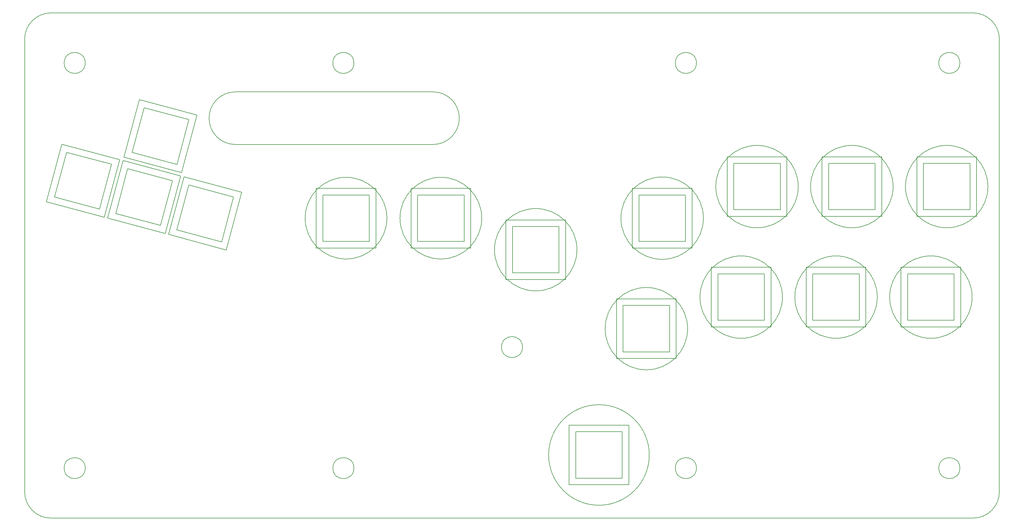
<source format=gbr>
%TF.GenerationSoftware,KiCad,Pcbnew,(6.0.8)*%
%TF.CreationDate,2023-05-29T22:58:42+07:00*%
%TF.ProjectId,hitmixbox002,6869746d-6978-4626-9f78-3030322e6b69,rev?*%
%TF.SameCoordinates,Original*%
%TF.FileFunction,Other,ECO2*%
%FSLAX46Y46*%
G04 Gerber Fmt 4.6, Leading zero omitted, Abs format (unit mm)*
G04 Created by KiCad (PCBNEW (6.0.8)) date 2023-05-29 22:58:42*
%MOMM*%
%LPD*%
G01*
G04 APERTURE LIST*
%ADD10C,0.150000*%
G04 APERTURE END LIST*
D10*
X352942903Y-121443750D02*
G75*
G03*
X352942903Y-121443750I-12424153J0D01*
G01*
X250908322Y-202406250D02*
G75*
G03*
X250908322Y-202406250I-15164572J0D01*
G01*
X212725000Y-169862500D02*
G75*
G03*
X212725000Y-169862500I-3175000J0D01*
G01*
X324367903Y-121443750D02*
G75*
G03*
X324367903Y-121443750I-12424153J0D01*
G01*
X126206250Y-108743750D02*
X185737500Y-108743750D01*
X62706250Y-213518750D02*
X62706250Y-76993750D01*
X161925000Y-206375000D02*
G75*
G03*
X161925000Y-206375000I-3175000J0D01*
G01*
X161925000Y-84137500D02*
G75*
G03*
X161925000Y-84137500I-3175000J0D01*
G01*
X80962500Y-206375000D02*
G75*
G03*
X80962500Y-206375000I-3175000J0D01*
G01*
X126206250Y-92868750D02*
X185737500Y-92868750D01*
X356393750Y-76993750D02*
G75*
G03*
X348456250Y-69056250I-7937550J-50D01*
G01*
X70643750Y-69056250D02*
G75*
G03*
X62706250Y-76993750I0J-7937500D01*
G01*
X344487500Y-206375000D02*
G75*
G03*
X344487500Y-206375000I-3175000J0D01*
G01*
X200441064Y-130968750D02*
G75*
G03*
X200441064Y-130968750I-12322314J0D01*
G01*
X356393750Y-76993750D02*
X356393750Y-213518750D01*
X291030403Y-154781250D02*
G75*
G03*
X291030403Y-154781250I-12424153J0D01*
G01*
X267217903Y-130968750D02*
G75*
G03*
X267217903Y-130968750I-12424153J0D01*
G01*
X171866064Y-130968750D02*
G75*
G03*
X171866064Y-130968750I-12322314J0D01*
G01*
X348456250Y-221456250D02*
X70643750Y-221456250D01*
X344487500Y-84137500D02*
G75*
G03*
X344487500Y-84137500I-3175000J0D01*
G01*
X262455403Y-164306250D02*
G75*
G03*
X262455403Y-164306250I-12424153J0D01*
G01*
X185737500Y-108743750D02*
G75*
G03*
X185737500Y-92868750I0J7937500D01*
G01*
X62706250Y-213518750D02*
G75*
G03*
X70643750Y-221456250I7937500J0D01*
G01*
X126206250Y-92868750D02*
G75*
G03*
X126206250Y-108743750I0J-7937500D01*
G01*
X229117903Y-140493750D02*
G75*
G03*
X229117903Y-140493750I-12424153J0D01*
G01*
X80962500Y-84137500D02*
G75*
G03*
X80962500Y-84137500I-3175000J0D01*
G01*
X295792903Y-121443750D02*
G75*
G03*
X295792903Y-121443750I-12424153J0D01*
G01*
X348180403Y-154781250D02*
G75*
G03*
X348180403Y-154781250I-12424153J0D01*
G01*
X319605403Y-154781250D02*
G75*
G03*
X319605403Y-154781250I-12424153J0D01*
G01*
X265112500Y-206375000D02*
G75*
G03*
X265112500Y-206375000I-3175000J0D01*
G01*
X70643750Y-69056250D02*
X348456250Y-69056250D01*
X265112500Y-84137500D02*
G75*
G03*
X265112500Y-84137500I-3175000J0D01*
G01*
X348456250Y-221456250D02*
G75*
G03*
X356393750Y-213518750I-50J7937550D01*
G01*
%TO.C,SW11*%
X318943750Y-128443750D02*
X304943750Y-128443750D01*
X320943750Y-130443750D02*
X302943750Y-130443750D01*
X320943750Y-112443750D02*
X320943750Y-130443750D01*
X304943750Y-128443750D02*
X304943750Y-114443750D01*
X318943750Y-114443750D02*
X318943750Y-128443750D01*
X304943750Y-114443750D02*
X318943750Y-114443750D01*
X302943750Y-112443750D02*
X320943750Y-112443750D01*
X302943750Y-130443750D02*
X302943750Y-112443750D01*
%TO.C,SW15*%
X298181250Y-163781250D02*
X298181250Y-145781250D01*
X314181250Y-161781250D02*
X300181250Y-161781250D01*
X300181250Y-161781250D02*
X300181250Y-147781250D01*
X316181250Y-145781250D02*
X316181250Y-163781250D01*
X298181250Y-145781250D02*
X316181250Y-145781250D01*
X300181250Y-147781250D02*
X314181250Y-147781250D01*
X316181250Y-163781250D02*
X298181250Y-163781250D01*
X314181250Y-147781250D02*
X314181250Y-161781250D01*
%TO.C,SW12*%
X333518750Y-128443750D02*
X333518750Y-114443750D01*
X347518750Y-128443750D02*
X333518750Y-128443750D01*
X331518750Y-112443750D02*
X349518750Y-112443750D01*
X347518750Y-114443750D02*
X347518750Y-128443750D01*
X333518750Y-114443750D02*
X347518750Y-114443750D01*
X349518750Y-130443750D02*
X331518750Y-130443750D01*
X349518750Y-112443750D02*
X349518750Y-130443750D01*
X331518750Y-130443750D02*
X331518750Y-112443750D01*
%TO.C,SW3*%
X109732481Y-118236680D02*
X105073738Y-135623345D01*
X105073738Y-135623345D02*
X87687073Y-130964602D01*
X87687073Y-130964602D02*
X92345816Y-113577937D01*
X93760030Y-116027427D02*
X107282991Y-119650894D01*
X103659524Y-133173855D02*
X90136563Y-129550388D01*
X92345816Y-113577937D02*
X109732481Y-118236680D01*
X107282991Y-119650894D02*
X103659524Y-133173855D01*
X90136563Y-129550388D02*
X93760030Y-116027427D01*
%TO.C,SW13*%
X243031250Y-171306250D02*
X243031250Y-157306250D01*
X241031250Y-173306250D02*
X241031250Y-155306250D01*
X259031250Y-173306250D02*
X241031250Y-173306250D01*
X257031250Y-157306250D02*
X257031250Y-171306250D01*
X257031250Y-171306250D02*
X243031250Y-171306250D01*
X241031250Y-155306250D02*
X259031250Y-155306250D01*
X243031250Y-157306250D02*
X257031250Y-157306250D01*
X259031250Y-155306250D02*
X259031250Y-173306250D01*
%TO.C,SW9*%
X263793750Y-139968750D02*
X245793750Y-139968750D01*
X247793750Y-137968750D02*
X247793750Y-123968750D01*
X261793750Y-123968750D02*
X261793750Y-137968750D01*
X247793750Y-123968750D02*
X261793750Y-123968750D01*
X261793750Y-137968750D02*
X247793750Y-137968750D01*
X245793750Y-121968750D02*
X263793750Y-121968750D01*
X245793750Y-139968750D02*
X245793750Y-121968750D01*
X263793750Y-121968750D02*
X263793750Y-139968750D01*
%TO.C,SW10*%
X290368750Y-114443750D02*
X290368750Y-128443750D01*
X274368750Y-112443750D02*
X292368750Y-112443750D01*
X290368750Y-128443750D02*
X276368750Y-128443750D01*
X274368750Y-130443750D02*
X274368750Y-112443750D01*
X292368750Y-112443750D02*
X292368750Y-130443750D01*
X276368750Y-128443750D02*
X276368750Y-114443750D01*
X292368750Y-130443750D02*
X274368750Y-130443750D01*
X276368750Y-114443750D02*
X290368750Y-114443750D01*
%TO.C,SW2*%
X73944929Y-108647434D02*
X91331594Y-113306177D01*
X69286186Y-126034099D02*
X73944929Y-108647434D01*
X88882104Y-114720391D02*
X85258637Y-128243352D01*
X86672851Y-130692842D02*
X69286186Y-126034099D01*
X91331594Y-113306177D02*
X86672851Y-130692842D01*
X75359143Y-111096924D02*
X88882104Y-114720391D01*
X71735676Y-124619885D02*
X75359143Y-111096924D01*
X85258637Y-128243352D02*
X71735676Y-124619885D01*
%TO.C,SW6*%
X197118750Y-139968750D02*
X179118750Y-139968750D01*
X195118750Y-137968750D02*
X181118750Y-137968750D01*
X195118750Y-123968750D02*
X195118750Y-137968750D01*
X179118750Y-139968750D02*
X179118750Y-121968750D01*
X179118750Y-121968750D02*
X197118750Y-121968750D01*
X181118750Y-137968750D02*
X181118750Y-123968750D01*
X197118750Y-121968750D02*
X197118750Y-139968750D01*
X181118750Y-123968750D02*
X195118750Y-123968750D01*
%TO.C,SW5*%
X168543750Y-121968750D02*
X168543750Y-139968750D01*
X150543750Y-139968750D02*
X150543750Y-121968750D01*
X166543750Y-137968750D02*
X152543750Y-137968750D01*
X166543750Y-123968750D02*
X166543750Y-137968750D01*
X168543750Y-139968750D02*
X150543750Y-139968750D01*
X150543750Y-121968750D02*
X168543750Y-121968750D01*
X152543750Y-123968750D02*
X166543750Y-123968750D01*
X152543750Y-137968750D02*
X152543750Y-123968750D01*
%TO.C,SW7*%
X207693750Y-149493750D02*
X207693750Y-131493750D01*
X225693750Y-149493750D02*
X207693750Y-149493750D01*
X209693750Y-147493750D02*
X209693750Y-133493750D01*
X223693750Y-147493750D02*
X209693750Y-147493750D01*
X207693750Y-131493750D02*
X225693750Y-131493750D01*
X223693750Y-133493750D02*
X223693750Y-147493750D01*
X225693750Y-131493750D02*
X225693750Y-149493750D01*
X209693750Y-133493750D02*
X223693750Y-133493750D01*
%TO.C,SW14*%
X285606250Y-161781250D02*
X271606250Y-161781250D01*
X269606250Y-145781250D02*
X287606250Y-145781250D01*
X269606250Y-163781250D02*
X269606250Y-145781250D01*
X285606250Y-147781250D02*
X285606250Y-161781250D01*
X287606250Y-145781250D02*
X287606250Y-163781250D01*
X271606250Y-161781250D02*
X271606250Y-147781250D01*
X287606250Y-163781250D02*
X269606250Y-163781250D01*
X271606250Y-147781250D02*
X285606250Y-147781250D01*
%TO.C,SW16*%
X342756250Y-161781250D02*
X328756250Y-161781250D01*
X344756250Y-163781250D02*
X326756250Y-163781250D01*
X344756250Y-145781250D02*
X344756250Y-163781250D01*
X328756250Y-161781250D02*
X328756250Y-147781250D01*
X342756250Y-147781250D02*
X342756250Y-161781250D01*
X326756250Y-145781250D02*
X344756250Y-145781250D01*
X328756250Y-147781250D02*
X342756250Y-147781250D01*
X326756250Y-163781250D02*
X326756250Y-145781250D01*
%TO.C,SW4*%
X106087960Y-135895105D02*
X110746703Y-118508440D01*
X110746703Y-118508440D02*
X128133368Y-123167183D01*
X122060411Y-138104358D02*
X108537450Y-134480891D01*
X108537450Y-134480891D02*
X112160917Y-120957930D01*
X125683878Y-124581397D02*
X122060411Y-138104358D01*
X112160917Y-120957930D02*
X125683878Y-124581397D01*
X123474625Y-140553848D02*
X106087960Y-135895105D01*
X128133368Y-123167183D02*
X123474625Y-140553848D01*
%TO.C,SW1*%
X92617576Y-112563715D02*
X97276319Y-95177050D01*
X97276319Y-95177050D02*
X114662984Y-99835793D01*
X112213494Y-101250007D02*
X108590027Y-114772968D01*
X114662984Y-99835793D02*
X110004241Y-117222458D01*
X108590027Y-114772968D02*
X95067066Y-111149501D01*
X110004241Y-117222458D02*
X92617576Y-112563715D01*
X98690533Y-97626540D02*
X112213494Y-101250007D01*
X95067066Y-111149501D02*
X98690533Y-97626540D01*
%TO.C,SW8*%
X242743750Y-195406250D02*
X242743750Y-209406250D01*
X228743750Y-195406250D02*
X242743750Y-195406250D01*
X242743750Y-209406250D02*
X228743750Y-209406250D01*
X244743750Y-211406250D02*
X226743750Y-211406250D01*
X244743750Y-193406250D02*
X244743750Y-211406250D01*
X228743750Y-209406250D02*
X228743750Y-195406250D01*
X226743750Y-193406250D02*
X244743750Y-193406250D01*
X226743750Y-211406250D02*
X226743750Y-193406250D01*
%TD*%
M02*

</source>
